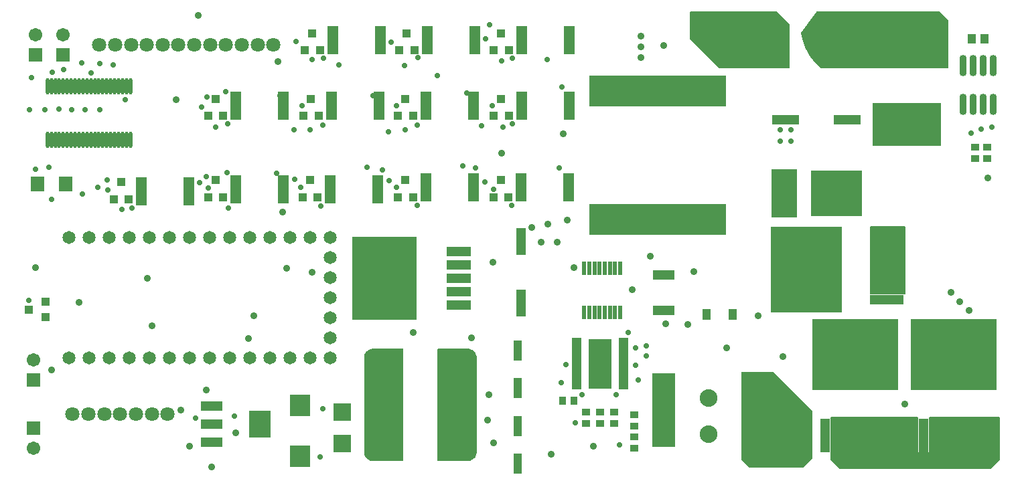
<source format=gts>
G04 Layer_Color=8388736*
%FSAX24Y24*%
%MOIN*%
G70*
G01*
G75*
%ADD82R,0.0395X0.0986*%
%ADD83R,0.6830X0.1580*%
%ADD84R,0.0438X0.0560*%
%ADD85R,0.0710X0.0552*%
%ADD86R,0.1025X0.1104*%
%ADD87R,0.1064X0.0474*%
%ADD88R,0.1064X0.1379*%
%ADD89R,0.0572X0.1399*%
%ADD90R,0.0434X0.0356*%
%ADD91R,0.0356X0.0434*%
%ADD92R,0.4253X0.3545*%
%ADD93R,0.0453X0.1674*%
%ADD94R,0.0867X0.0867*%
%ADD95R,0.3230X0.4174*%
%ADD96R,0.1222X0.0474*%
%ADD97R,0.0434X0.0474*%
%ADD98R,0.0220X0.0660*%
G04:AMPARAMS|DCode=99|XSize=195mil|YSize=559.2mil|CornerRadius=97.5mil|HoleSize=0mil|Usage=FLASHONLY|Rotation=0.000|XOffset=0mil|YOffset=0mil|HoleType=Round|Shape=RoundedRectangle|*
%AMROUNDEDRECTD99*
21,1,0.1950,0.3642,0,0,0.0*
21,1,0.0000,0.5592,0,0,0.0*
1,1,0.1950,0.0000,-0.1821*
1,1,0.1950,0.0000,-0.1821*
1,1,0.1950,0.0000,0.1821*
1,1,0.1950,0.0000,0.1821*
%
%ADD99ROUNDEDRECTD99*%
%ADD100R,0.0400X0.0440*%
%ADD101R,0.3420X0.2130*%
%ADD102R,0.0474X0.1340*%
%ADD103R,0.1030X0.1190*%
%ADD104R,0.0440X0.0400*%
%ADD105O,0.0178X0.0828*%
%ADD106O,0.0356X0.1064*%
%ADD107R,0.1104X0.0493*%
%ADD108R,0.0493X0.0257*%
%ADD109R,0.1159X0.2470*%
%ADD110R,0.1340X0.0474*%
%ADD111R,0.3545X0.4253*%
%ADD112R,0.1674X0.0453*%
%ADD113R,0.1202X0.0572*%
%ADD114R,0.2560X0.2265*%
%ADD115R,0.0710X0.0730*%
%ADD116R,0.1180X0.3680*%
%ADD117R,0.1280X0.2430*%
%ADD118C,0.0710*%
%ADD119C,0.0671*%
%ADD120R,0.0671X0.0671*%
%ADD121C,0.0880*%
%ADD122C,0.0650*%
%ADD123C,0.0360*%
%ADD124C,0.0280*%
G36*
X037569Y016146D02*
X037575Y016145D01*
X037580Y016143D01*
X037584Y016141D01*
X037589Y016138D01*
X037593Y016134D01*
X037596Y016130D01*
X037599Y016126D01*
X037601Y016121D01*
X037603Y016116D01*
X037604Y016111D01*
X037604Y016106D01*
Y010594D01*
X037604Y010589D01*
X037603Y010584D01*
X037601Y010579D01*
X037599Y010574D01*
X037596Y010570D01*
X037593Y010566D01*
X037589Y010562D01*
X037584Y010559D01*
X037580Y010557D01*
X037575Y010555D01*
X037569Y010554D01*
X037564Y010554D01*
X036062D01*
X036057Y010554D01*
X035980Y010564D01*
X035975Y010566D01*
X035970Y010567D01*
X035874Y010607D01*
X035869Y010609D01*
X035865Y010612D01*
X035783Y010675D01*
X035779Y010679D01*
Y010679D01*
X035779D01*
X035775Y010683D01*
X035712Y010765D01*
X035709Y010769D01*
X035707Y010774D01*
X035667Y010870D01*
X035666Y010875D01*
X035664Y010880D01*
X035654Y010957D01*
X035654Y010962D01*
Y010962D01*
D01*
Y010988D01*
Y015712D01*
Y015738D01*
X035654Y015743D01*
X035664Y015820D01*
X035666Y015825D01*
X035667Y015830D01*
X035707Y015926D01*
X035709Y015931D01*
X035712Y015935D01*
X035775Y016017D01*
X035779Y016021D01*
X035783Y016025D01*
X035783Y016025D01*
X035865Y016088D01*
X035867Y016089D01*
X035869Y016091D01*
X035874Y016093D01*
X035970Y016133D01*
X035975Y016134D01*
X035980Y016136D01*
X036057Y016146D01*
X036062Y016146D01*
X036062D01*
D01*
X037564D01*
X037569Y016146D01*
D02*
G37*
G36*
X067255Y012740D02*
X067260Y012739D01*
X067265Y012737D01*
X067270Y012735D01*
X067274Y012732D01*
X067278Y012728D01*
X067282Y012724D01*
X067285Y012720D01*
X067287Y012715D01*
X067289Y012710D01*
X067290Y012705D01*
X067290Y012700D01*
X067290Y010650D01*
X067290Y010645D01*
X067289Y010640D01*
X067287Y010635D01*
X067285Y010630D01*
X067282Y010626D01*
X067278Y010622D01*
X066828Y010172D01*
X066824Y010168D01*
X066820Y010165D01*
X066815Y010163D01*
X066810Y010161D01*
X066805Y010160D01*
X066800Y010160D01*
X059350Y010160D01*
X059345Y010160D01*
X059340Y010161D01*
X059335Y010163D01*
X059330Y010165D01*
X059326Y010168D01*
X059322Y010172D01*
X058872Y010622D01*
X058868Y010626D01*
X058865Y010630D01*
X058863Y010635D01*
X058861Y010640D01*
X058860Y010645D01*
X058860Y010650D01*
X058860Y012700D01*
X058860Y012705D01*
X058861Y012710D01*
X058863Y012715D01*
X058865Y012720D01*
X058868Y012724D01*
X058872Y012728D01*
X058876Y012732D01*
X058880Y012735D01*
X058885Y012737D01*
X058890Y012739D01*
X058895Y012740D01*
X058900Y012740D01*
X063200D01*
X063205Y012740D01*
X063210Y012739D01*
X063215Y012737D01*
X063220Y012735D01*
X063224Y012732D01*
X063228Y012728D01*
X063232Y012724D01*
X063235Y012720D01*
X063237Y012715D01*
X063239Y012710D01*
X063240Y012705D01*
X063240Y012700D01*
Y010990D01*
X063760D01*
X063760Y012700D01*
X063760Y012705D01*
X063761Y012710D01*
X063763Y012715D01*
X063765Y012720D01*
X063768Y012724D01*
X063772Y012728D01*
X063776Y012732D01*
X063780Y012735D01*
X063785Y012737D01*
X063790Y012739D01*
X063795Y012740D01*
X063800Y012740D01*
X067250Y012740D01*
X067255Y012740D01*
D02*
G37*
G36*
X056005Y014990D02*
X056010Y014989D01*
X056015Y014987D01*
X056020Y014985D01*
X056024Y014982D01*
X056028Y014978D01*
X057954Y013053D01*
X057958Y013049D01*
X057961Y013044D01*
X057963Y013040D01*
X057965Y013035D01*
X057966Y013029D01*
X057966Y013024D01*
X057966Y010726D01*
X057966Y010721D01*
X057965Y010715D01*
X057963Y010710D01*
X057961Y010706D01*
X057958Y010701D01*
X057954Y010697D01*
X057478Y010222D01*
X057474Y010218D01*
X057470Y010215D01*
X057465Y010213D01*
X057460Y010211D01*
X057455Y010210D01*
X057450Y010210D01*
X054850Y010210D01*
X054845Y010210D01*
X054840Y010211D01*
X054835Y010213D01*
X054830Y010215D01*
X054826Y010218D01*
X054822Y010222D01*
X054422Y010622D01*
X054418Y010626D01*
X054415Y010630D01*
X054413Y010635D01*
X054411Y010640D01*
X054410Y010645D01*
X054410Y010650D01*
Y014950D01*
X054410Y014955D01*
X054411Y014960D01*
X054413Y014965D01*
X054415Y014970D01*
X054418Y014974D01*
X054422Y014978D01*
X054426Y014982D01*
X054430Y014985D01*
X054435Y014987D01*
X054440Y014989D01*
X054445Y014990D01*
X054450Y014990D01*
X056000D01*
X056005Y014990D01*
D02*
G37*
G36*
X040843Y016146D02*
X040920Y016136D01*
X040925Y016134D01*
X040930Y016133D01*
X041026Y016093D01*
X041031Y016091D01*
X041035Y016088D01*
X041117Y016025D01*
X041121Y016021D01*
Y016021D01*
X041121D01*
X041125Y016017D01*
X041188Y015935D01*
X041191Y015931D01*
X041193Y015926D01*
X041233Y015830D01*
X041234Y015825D01*
X041236Y015820D01*
X041246Y015743D01*
X041246Y015738D01*
Y015712D01*
Y010988D01*
Y010962D01*
D01*
Y010962D01*
X041246Y010957D01*
X041236Y010880D01*
X041234Y010875D01*
X041233Y010870D01*
X041193Y010774D01*
X041191Y010769D01*
X041188Y010765D01*
X041125Y010683D01*
X041121Y010679D01*
X041121D01*
Y010679D01*
X041117Y010675D01*
X041035Y010612D01*
X041031Y010609D01*
X041026Y010607D01*
X040930Y010567D01*
X040925Y010566D01*
X040920Y010564D01*
X040843Y010554D01*
X040838Y010554D01*
X039336D01*
X039331Y010554D01*
X039325Y010555D01*
X039320Y010557D01*
X039316Y010559D01*
X039311Y010562D01*
X039307Y010566D01*
X039304Y010570D01*
X039301Y010574D01*
X039299Y010579D01*
X039297Y010584D01*
X039296Y010589D01*
X039296Y010594D01*
Y016106D01*
X039296Y016111D01*
X039297Y016116D01*
X039299Y016121D01*
X039301Y016126D01*
X039304Y016130D01*
X039307Y016134D01*
X039311Y016138D01*
X039316Y016141D01*
X039320Y016143D01*
X039325Y016145D01*
X039331Y016146D01*
X039336Y016146D01*
X040838D01*
D01*
X040838D01*
X040843Y016146D01*
D02*
G37*
G36*
X064305Y032940D02*
X064310Y032939D01*
X064315Y032937D01*
X064320Y032935D01*
X064324Y032932D01*
X064328Y032928D01*
X064728Y032528D01*
X064732Y032524D01*
X064735Y032520D01*
X064737Y032515D01*
X064739Y032510D01*
X064740Y032505D01*
X064740Y032500D01*
X064740Y030150D01*
X064740Y030145D01*
X064739Y030140D01*
X064737Y030135D01*
X064735Y030130D01*
X064732Y030126D01*
X064728Y030122D01*
X064724Y030118D01*
X064720Y030115D01*
X064715Y030113D01*
X064710Y030111D01*
X064705Y030110D01*
X064700Y030110D01*
X058426Y030110D01*
X058425Y030110D01*
X058424Y030110D01*
X058422Y030110D01*
X058420Y030110D01*
X058420Y030110D01*
X058419Y030110D01*
X058417Y030111D01*
X058415Y030111D01*
X058415Y030111D01*
X058414Y030112D01*
X058412Y030112D01*
X058410Y030113D01*
X058410Y030113D01*
X058409Y030113D01*
X058407Y030114D01*
X058406Y030115D01*
X058405Y030116D01*
X058405Y030116D01*
X058403Y030117D01*
X058401Y030118D01*
X058401Y030119D01*
X058400Y030119D01*
X058286Y030212D01*
X058286Y030212D01*
X058286Y030212D01*
X058284Y030214D01*
X058282Y030216D01*
X058282Y030216D01*
X058282Y030216D01*
X057978Y030539D01*
X057978Y030539D01*
X057978Y030539D01*
X057977Y030541D01*
X057975Y030543D01*
X057975Y030543D01*
X057975Y030543D01*
X057795Y030796D01*
X057794Y030798D01*
X057793Y030800D01*
X057643Y031071D01*
X057642Y031073D01*
X057641Y031075D01*
X057522Y031362D01*
D01*
Y031362D01*
X057522Y031362D01*
X057521Y031365D01*
X057521Y031367D01*
X057521Y031367D01*
X057521Y031367D01*
X057521Y031367D01*
X057422Y031733D01*
X057421Y031735D01*
X057421Y031737D01*
X057401Y031862D01*
X057401Y031863D01*
X057401Y031863D01*
X057401Y031865D01*
X057401Y031867D01*
X057401Y031867D01*
X057401Y031867D01*
X057401Y031868D01*
X057401Y031868D01*
X057401Y031870D01*
X057401Y031872D01*
X057401Y031872D01*
X057401Y031873D01*
X057401Y031873D01*
X057401Y031873D01*
X057402Y031875D01*
X057402Y031877D01*
X057402Y031877D01*
X057402Y031878D01*
X057402Y031878D01*
X057402Y031879D01*
X057403Y031880D01*
X057403Y031882D01*
X057404Y031882D01*
X057404Y031883D01*
X057404Y031883D01*
X057404Y031884D01*
X057405Y031885D01*
X057406Y031887D01*
X057406Y031887D01*
X057406Y031887D01*
X057406Y031888D01*
X057406Y031888D01*
X057407Y031890D01*
X057408Y031892D01*
X058146Y032923D01*
X058147Y032924D01*
X058147Y032924D01*
X058148Y032926D01*
X058149Y032927D01*
X058150Y032928D01*
X058150Y032928D01*
X058152Y032930D01*
X058153Y032931D01*
X058154Y032931D01*
X058154Y032932D01*
X058156Y032933D01*
X058158Y032934D01*
X058158Y032934D01*
X058159Y032935D01*
X058160Y032936D01*
X058162Y032936D01*
X058163Y032937D01*
X058163Y032937D01*
X058165Y032938D01*
X058167Y032938D01*
X058168Y032938D01*
X058168Y032939D01*
X058170Y032939D01*
X058172Y032940D01*
X058173Y032940D01*
X058174Y032940D01*
X058175Y032940D01*
X058177Y032940D01*
X058178Y032940D01*
X058179Y032940D01*
X064300Y032940D01*
X064305Y032940D01*
D02*
G37*
G36*
X056205Y032940D02*
X056210Y032939D01*
X056215Y032937D01*
X056220Y032935D01*
X056224Y032932D01*
X056228Y032928D01*
X056828Y032328D01*
X056832Y032324D01*
X056835Y032320D01*
X056837Y032315D01*
X056839Y032310D01*
X056840Y032305D01*
X056840Y032300D01*
X056840Y030150D01*
X056840Y030145D01*
X056839Y030140D01*
X056837Y030135D01*
X056835Y030130D01*
X056832Y030126D01*
X056828Y030122D01*
X056824Y030118D01*
X056820Y030115D01*
X056815Y030113D01*
X056810Y030111D01*
X056805Y030110D01*
X056800Y030110D01*
X053350D01*
X053345Y030110D01*
X053340Y030111D01*
X053335Y030113D01*
X053330Y030115D01*
X053326Y030118D01*
X053322Y030122D01*
X051872Y031572D01*
X051868Y031576D01*
X051865Y031580D01*
X051863Y031585D01*
X051861Y031590D01*
X051860Y031595D01*
X051860Y031600D01*
X051860Y032900D01*
X051860Y032905D01*
X051861Y032910D01*
X051863Y032915D01*
X051865Y032920D01*
X051868Y032924D01*
X051872Y032928D01*
X051876Y032932D01*
X051880Y032935D01*
X051885Y032937D01*
X051890Y032939D01*
X051895Y032940D01*
X051900Y032940D01*
X056200D01*
X056205Y032940D01*
D02*
G37*
G36*
X062555Y022240D02*
X062560Y022239D01*
X062565Y022237D01*
X062570Y022235D01*
X062574Y022232D01*
X062578Y022228D01*
X062582Y022224D01*
X062585Y022220D01*
X062587Y022215D01*
X062589Y022210D01*
X062590Y022205D01*
X062590Y022200D01*
Y018900D01*
X062590Y018895D01*
X062589Y018890D01*
X062587Y018885D01*
X062585Y018880D01*
X062582Y018876D01*
X062578Y018872D01*
X062574Y018868D01*
X062570Y018865D01*
X062565Y018863D01*
X062560Y018861D01*
X062555Y018860D01*
X062550Y018860D01*
X060850D01*
X060845Y018860D01*
X060840Y018861D01*
X060835Y018863D01*
X060830Y018865D01*
X060826Y018868D01*
X060822Y018872D01*
X060818Y018876D01*
X060815Y018880D01*
X060813Y018885D01*
X060811Y018890D01*
X060810Y018895D01*
X060810Y018900D01*
Y022200D01*
X060810Y022205D01*
X060811Y022210D01*
X060813Y022215D01*
X060815Y022220D01*
X060818Y022224D01*
X060822Y022228D01*
X060826Y022232D01*
X060830Y022235D01*
X060835Y022237D01*
X060840Y022239D01*
X060845Y022240D01*
X060850Y022240D01*
X062550D01*
X062555Y022240D01*
D02*
G37*
D82*
X043300Y010425D02*
D03*
Y012275D02*
D03*
Y014200D02*
D03*
Y016050D02*
D03*
D83*
X050250Y022600D02*
D03*
Y029000D02*
D03*
D84*
X053994Y017850D02*
D03*
X052706D02*
D03*
D85*
X020809Y024350D02*
D03*
X019391D02*
D03*
D86*
X032453Y013311D02*
D03*
Y010791D02*
D03*
D87*
X028049Y013306D02*
D03*
Y012400D02*
D03*
Y011494D02*
D03*
D88*
X030451Y012400D02*
D03*
D89*
X031631Y028250D02*
D03*
X029269D02*
D03*
X036454Y031514D02*
D03*
X034092D02*
D03*
X041154D02*
D03*
X038792D02*
D03*
X045854D02*
D03*
X043492D02*
D03*
X045854Y028264D02*
D03*
X043492D02*
D03*
X041081Y028250D02*
D03*
X038719D02*
D03*
X036381D02*
D03*
X034019D02*
D03*
X045831Y024200D02*
D03*
X043469D02*
D03*
X041081D02*
D03*
X038719D02*
D03*
X026931Y024000D02*
D03*
X024569D02*
D03*
X031631Y024100D02*
D03*
X029269D02*
D03*
X036331D02*
D03*
X033969D02*
D03*
D90*
X066050Y026176D02*
D03*
Y025624D02*
D03*
X066650Y026176D02*
D03*
Y025624D02*
D03*
X048100Y012976D02*
D03*
Y012424D02*
D03*
X049100Y012300D02*
D03*
Y012851D02*
D03*
X047400Y012976D02*
D03*
Y012424D02*
D03*
X046700Y012976D02*
D03*
Y012424D02*
D03*
X049100Y011751D02*
D03*
Y011200D02*
D03*
D91*
X045524Y013550D02*
D03*
X046076D02*
D03*
D92*
X060100Y015855D02*
D03*
X065000D02*
D03*
D93*
X061600Y011839D02*
D03*
X061100D02*
D03*
X060600D02*
D03*
X059600D02*
D03*
X059100D02*
D03*
X058600D02*
D03*
X066500D02*
D03*
X066000D02*
D03*
X065500D02*
D03*
X064500D02*
D03*
X064000D02*
D03*
X063500D02*
D03*
D94*
X034550Y012987D02*
D03*
Y011413D02*
D03*
D95*
X036661Y019650D02*
D03*
D96*
X040343Y020989D02*
D03*
Y020319D02*
D03*
Y019650D02*
D03*
Y018981D02*
D03*
Y018311D02*
D03*
D97*
X065885Y031600D02*
D03*
X066515D02*
D03*
D98*
X046604Y017940D02*
D03*
X046860D02*
D03*
X047116D02*
D03*
X047372D02*
D03*
X047628D02*
D03*
X047884D02*
D03*
X048140D02*
D03*
X048396D02*
D03*
Y020160D02*
D03*
X048140D02*
D03*
X047884D02*
D03*
X047628D02*
D03*
X047372D02*
D03*
X047116D02*
D03*
X046860D02*
D03*
X046604D02*
D03*
D99*
X036629Y013350D02*
D03*
X040271D02*
D03*
D100*
X032626Y027756D02*
D03*
X033380D02*
D03*
X033000Y028590D02*
D03*
X028250D02*
D03*
X028630Y027756D02*
D03*
X027876D02*
D03*
X042076Y023706D02*
D03*
X042830D02*
D03*
X042450Y024540D02*
D03*
X037700D02*
D03*
X038080Y023706D02*
D03*
X037326D02*
D03*
X028250Y024540D02*
D03*
X028630Y023706D02*
D03*
X027876D02*
D03*
X023176Y023606D02*
D03*
X023930D02*
D03*
X023550Y024440D02*
D03*
X032576Y023706D02*
D03*
X033330D02*
D03*
X032950Y024540D02*
D03*
X037399Y031020D02*
D03*
X038153D02*
D03*
X037773Y031854D02*
D03*
X042473D02*
D03*
X042853Y031020D02*
D03*
X042099D02*
D03*
X033073Y031854D02*
D03*
X033453Y031020D02*
D03*
X032699D02*
D03*
X042099Y027770D02*
D03*
X042853D02*
D03*
X042473Y028604D02*
D03*
X037700Y028590D02*
D03*
X038080Y027756D02*
D03*
X037326D02*
D03*
D101*
X062650Y031575D02*
D03*
Y027325D02*
D03*
D102*
X043450Y018415D02*
D03*
Y021485D02*
D03*
D103*
X050550Y011900D02*
D03*
X055044D02*
D03*
X050550Y014310D02*
D03*
X055044D02*
D03*
D104*
X019794Y017726D02*
D03*
Y018480D02*
D03*
X018960Y018100D02*
D03*
D105*
X019883Y026571D02*
D03*
X020080D02*
D03*
X020277D02*
D03*
X020474D02*
D03*
X020670D02*
D03*
X020867D02*
D03*
X021064D02*
D03*
X021261D02*
D03*
X021458D02*
D03*
X021655D02*
D03*
X021852D02*
D03*
X022048D02*
D03*
X022245D02*
D03*
X022442D02*
D03*
X022639D02*
D03*
X022836D02*
D03*
X023033D02*
D03*
X023230D02*
D03*
X023426D02*
D03*
X023623D02*
D03*
X023820D02*
D03*
X024017D02*
D03*
X019883Y029229D02*
D03*
X020080D02*
D03*
X020277D02*
D03*
X020474D02*
D03*
X020670D02*
D03*
X020867D02*
D03*
X021064D02*
D03*
X021261D02*
D03*
X021458D02*
D03*
X021655D02*
D03*
X021852D02*
D03*
X022048D02*
D03*
X022245D02*
D03*
X022442D02*
D03*
X022639D02*
D03*
X022836D02*
D03*
X023033D02*
D03*
X023230D02*
D03*
X023426D02*
D03*
X023623D02*
D03*
X023820D02*
D03*
X024017D02*
D03*
D106*
X065450Y028335D02*
D03*
X065950D02*
D03*
X066450D02*
D03*
X066950D02*
D03*
X065450Y030265D02*
D03*
X065950D02*
D03*
X066450D02*
D03*
X066950D02*
D03*
D107*
X050550Y018064D02*
D03*
Y019836D02*
D03*
D108*
X046239Y016552D02*
D03*
Y016296D02*
D03*
Y016040D02*
D03*
Y015784D02*
D03*
Y015528D02*
D03*
Y015272D02*
D03*
Y015016D02*
D03*
Y014760D02*
D03*
Y014504D02*
D03*
Y014248D02*
D03*
X048561Y016552D02*
D03*
Y016296D02*
D03*
Y016040D02*
D03*
Y015784D02*
D03*
Y015528D02*
D03*
Y015272D02*
D03*
Y015016D02*
D03*
Y014760D02*
D03*
Y014504D02*
D03*
Y014248D02*
D03*
D109*
X047400Y015400D02*
D03*
D110*
X059685Y027550D02*
D03*
X056615D02*
D03*
D111*
X057645Y020100D02*
D03*
D112*
X061661Y021600D02*
D03*
Y021100D02*
D03*
Y020600D02*
D03*
Y019600D02*
D03*
Y019100D02*
D03*
Y018600D02*
D03*
D113*
X056566Y024802D02*
D03*
Y022998D02*
D03*
D114*
X059145Y023900D02*
D03*
D115*
X020809Y024350D02*
D03*
X019391D02*
D03*
D116*
X050550Y013100D02*
D03*
D117*
X056550Y023875D02*
D03*
D118*
X031131Y031300D02*
D03*
X027194D02*
D03*
X027981D02*
D03*
X028768D02*
D03*
X029558D02*
D03*
X030348D02*
D03*
X025624D02*
D03*
X024834D02*
D03*
X024044D02*
D03*
X023257D02*
D03*
X022469D02*
D03*
X026406D02*
D03*
X021140Y012900D02*
D03*
X021928D02*
D03*
X025865D02*
D03*
X025077D02*
D03*
X024290D02*
D03*
X023500D02*
D03*
X022710D02*
D03*
D119*
X020650Y031800D02*
D03*
X019300D02*
D03*
X019200Y011200D02*
D03*
Y015600D02*
D03*
D120*
X020650Y030800D02*
D03*
X019300D02*
D03*
X019200Y012200D02*
D03*
Y014600D02*
D03*
D121*
X052800Y011900D02*
D03*
Y013700D02*
D03*
D122*
X020950Y015700D02*
D03*
X021950D02*
D03*
X022950D02*
D03*
X023950D02*
D03*
X024950D02*
D03*
X025950D02*
D03*
X026950D02*
D03*
X027950D02*
D03*
X028950D02*
D03*
X029950D02*
D03*
X030950D02*
D03*
X031950D02*
D03*
X032950D02*
D03*
X033950D02*
D03*
Y016700D02*
D03*
Y017700D02*
D03*
Y018700D02*
D03*
Y019700D02*
D03*
Y020700D02*
D03*
Y021700D02*
D03*
X032950D02*
D03*
X031950D02*
D03*
X030950D02*
D03*
X029950D02*
D03*
X028950D02*
D03*
X027950D02*
D03*
X026950D02*
D03*
X025950D02*
D03*
X024950D02*
D03*
X023950D02*
D03*
X022950D02*
D03*
X021950D02*
D03*
X020950D02*
D03*
D123*
X050550Y031250D02*
D03*
X027400Y032750D02*
D03*
X033050Y019950D02*
D03*
X019300Y020200D02*
D03*
X044450Y021450D02*
D03*
X042100Y011450D02*
D03*
X026541Y013100D02*
D03*
X030361Y012714D02*
D03*
X041800Y012600D02*
D03*
X055250Y017800D02*
D03*
X064850Y018950D02*
D03*
X065750Y018050D02*
D03*
X049436Y031736D02*
D03*
Y031200D02*
D03*
X049900Y020750D02*
D03*
X041850Y013850D02*
D03*
X038100Y016950D02*
D03*
X030150Y017800D02*
D03*
X049436Y030648D02*
D03*
X047050Y011300D02*
D03*
X053700Y016200D02*
D03*
X052050Y020000D02*
D03*
X049000Y019100D02*
D03*
X046100Y020200D02*
D03*
X044000Y022200D02*
D03*
X056500Y015750D02*
D03*
X051750Y017350D02*
D03*
X050650Y017400D02*
D03*
X065300Y018500D02*
D03*
X066750Y010950D02*
D03*
X066150D02*
D03*
X066750Y011550D02*
D03*
X066150D02*
D03*
X020100Y015100D02*
D03*
X024850Y019650D02*
D03*
X042500Y025900D02*
D03*
X042050Y020450D02*
D03*
X026300Y028550D02*
D03*
X047400Y014600D02*
D03*
X045550Y026850D02*
D03*
X031350Y030450D02*
D03*
X036350Y031150D02*
D03*
X062550Y013400D02*
D03*
X061650Y018550D02*
D03*
X026950Y011300D02*
D03*
X025100Y017300D02*
D03*
X021450Y018450D02*
D03*
X029250Y011950D02*
D03*
X027800Y014100D02*
D03*
X029900Y016650D02*
D03*
X045750Y022550D02*
D03*
X044800Y022350D02*
D03*
X045250Y021450D02*
D03*
X031600Y022950D02*
D03*
X031800Y020150D02*
D03*
X044950Y010900D02*
D03*
X066700Y024650D02*
D03*
X028050Y010250D02*
D03*
X041000Y016700D02*
D03*
D124*
X021638Y023845D02*
D03*
X033600Y013150D02*
D03*
X029200Y012800D02*
D03*
X027250Y012700D02*
D03*
X033450Y010750D02*
D03*
X037250Y028250D02*
D03*
Y024200D02*
D03*
X042023Y028264D02*
D03*
X043000Y023300D02*
D03*
X038300D02*
D03*
X043023Y027364D02*
D03*
X038323Y030664D02*
D03*
X033623Y030614D02*
D03*
X038300Y027300D02*
D03*
X024100Y023150D02*
D03*
X023600Y023100D02*
D03*
X028900Y023150D02*
D03*
X036550Y025050D02*
D03*
X036903Y024531D02*
D03*
X041200Y025150D02*
D03*
X028814Y024931D02*
D03*
X042100Y024100D02*
D03*
X041650Y024450D02*
D03*
X033600Y027300D02*
D03*
X042544Y027199D02*
D03*
X041500Y027250D02*
D03*
X037700Y027050D02*
D03*
X036850Y026950D02*
D03*
X032950Y027069D02*
D03*
X028850Y027350D02*
D03*
X027446Y024412D02*
D03*
X027900Y024150D02*
D03*
X027807Y024729D02*
D03*
X032150Y027050D02*
D03*
X028250Y027200D02*
D03*
X028750Y028950D02*
D03*
X045500Y029200D02*
D03*
X044773Y030556D02*
D03*
X042500Y030500D02*
D03*
X039300Y029750D02*
D03*
X037650Y030250D02*
D03*
X019950Y025200D02*
D03*
X020450Y028100D02*
D03*
X020700Y030050D02*
D03*
X019000Y028050D02*
D03*
X019750D02*
D03*
X021601Y030400D02*
D03*
X023750Y028550D02*
D03*
X022500Y028050D02*
D03*
X021100D02*
D03*
X021750D02*
D03*
X019100Y029650D02*
D03*
X020119Y029918D02*
D03*
X020100Y023600D02*
D03*
X023150Y030300D02*
D03*
X022049Y029899D02*
D03*
X022500Y030350D02*
D03*
X026900Y024000D02*
D03*
X033500Y023250D02*
D03*
X032500Y024200D02*
D03*
X032200Y024600D02*
D03*
X031300Y024900D02*
D03*
X035800Y025200D02*
D03*
X040550Y025250D02*
D03*
X027550Y028200D02*
D03*
X027821Y028700D02*
D03*
X032550Y028250D02*
D03*
X031450Y028750D02*
D03*
X036100D02*
D03*
X040750Y028900D02*
D03*
X033050Y030550D02*
D03*
X034400Y030300D02*
D03*
X032269Y031450D02*
D03*
X037000Y031419D02*
D03*
X043023Y030614D02*
D03*
X041900Y032300D02*
D03*
X041700Y031600D02*
D03*
X056350Y027050D02*
D03*
X056900D02*
D03*
Y026500D02*
D03*
X056350D02*
D03*
X045700Y015350D02*
D03*
X045450Y014450D02*
D03*
X048350Y011350D02*
D03*
X046150Y012450D02*
D03*
X066900Y027200D02*
D03*
X066350Y027100D02*
D03*
X065850Y026900D02*
D03*
X045350Y025150D02*
D03*
X022900Y024050D02*
D03*
X022850Y024550D02*
D03*
X022400Y024200D02*
D03*
X046500Y013850D02*
D03*
X049174Y015326D02*
D03*
X048800Y016950D02*
D03*
X063500Y011850D02*
D03*
X048200Y013850D02*
D03*
X049300Y014600D02*
D03*
X049700Y015800D02*
D03*
Y016300D02*
D03*
X049150Y016200D02*
D03*
X019300Y025100D02*
D03*
X018960Y018560D02*
D03*
X058600Y011850D02*
D03*
M02*

</source>
